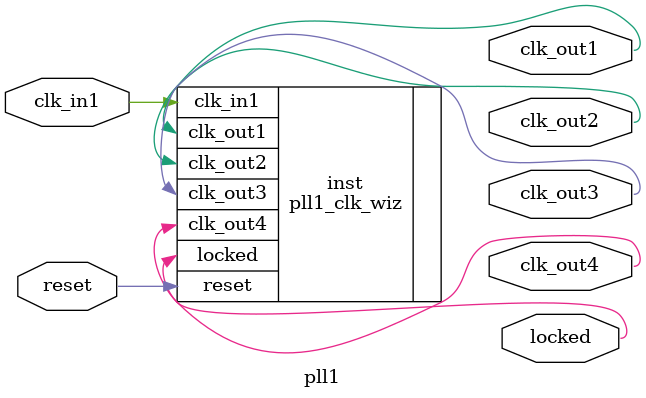
<source format=v>


`timescale 1ps/1ps

(* CORE_GENERATION_INFO = "pll1,clk_wiz_v5_3_0,{component_name=pll1,use_phase_alignment=true,use_min_o_jitter=false,use_max_i_jitter=false,use_dyn_phase_shift=false,use_inclk_switchover=false,use_dyn_reconfig=false,enable_axi=0,feedback_source=FDBK_AUTO,PRIMITIVE=PLL,num_out_clk=4,clkin1_period=10.0,clkin2_period=10.0,use_power_down=false,use_reset=true,use_locked=true,use_inclk_stopped=false,feedback_type=SINGLE,CLOCK_MGR_TYPE=NA,manual_override=false}" *)

module pll1 
 (
 // Clock in ports
  input         clk_in1,
  // Clock out ports
  output        clk_out1,
  output        clk_out2,
  output        clk_out3,
  output        clk_out4,
  // Status and control signals
  input         reset,
  output        locked
 );

  pll1_clk_wiz inst
  (
 // Clock in ports
  .clk_in1(clk_in1),
  // Clock out ports  
  .clk_out1(clk_out1),
  .clk_out2(clk_out2),
  .clk_out3(clk_out3),
  .clk_out4(clk_out4),
  // Status and control signals               
  .reset(reset), 
  .locked(locked)            
  );

endmodule

</source>
